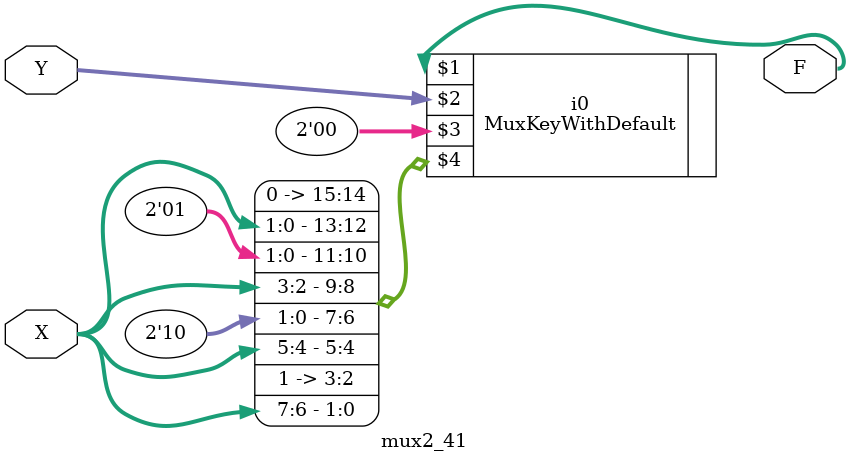
<source format=v>
module mux2_41(X,Y,F);
  input  [8:0] X;
  input  [1:0] Y;
  output [1:0] F;
  MuxKeyWithDefault #(4, 2, 2) i0 (F, Y, 2'b00, {
    2'b00, X[1:0],
    2'b01, X[3:2],
    2'b10, X[5:4],
    2'b11, X[7:6]
  });
endmodule

</source>
